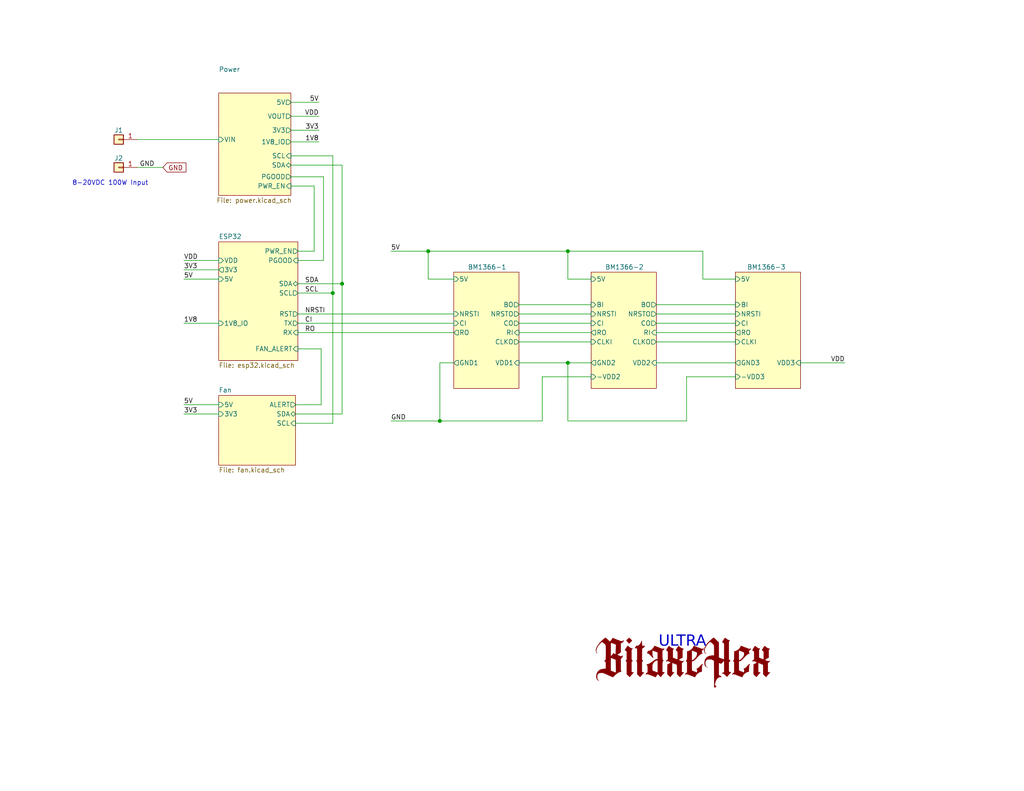
<source format=kicad_sch>
(kicad_sch (version 20230121) (generator eeschema)
  (paper "A")
  (title_block (title "bitaxeUltraHex") (date "2023-06-11") (rev "1"))
  (lib_symbols
    (symbol "Connector_Generic:Conn_01x01" (pin_names (offset 1.016) hide)
      (property "Reference" "J" (at 0 2.54 0))
      (property "Value" "Conn_01x01" (at 0 -2.54 0))
      (symbol "Conn_01x01_1_1"
        (pin passive line (at -5.08 0 0) (length 3.81) (name "Pin_1") (number "1"))
      )
    )
    (symbol "bitaxe:Bitaxe_Hex_Logo" (pin_names (offset 1.016)))
  )
  (junction (at 90.805 80.01))
  (junction (at 116.84 68.58))
  (junction (at 154.94 68.58))
  (junction (at 154.94 99.06))
  (junction (at 120.015 114.935))
  (junction (at 93.345 77.47))
  (wire (pts (xy 120.015 99.06) (xy 123.825 99.06)))
  (wire (pts (xy 50.165 71.12) (xy 59.69 71.12)))
  (wire (pts (xy 179.07 85.725) (xy 200.66 85.725)))
  (wire (pts (xy 50.165 88.265) (xy 59.69 88.265)))
  (wire (pts (xy 154.94 68.58) (xy 191.77 68.58)))
  (wire (pts (xy 120.015 114.935) (xy 120.015 99.06)))
  (wire (pts (xy 81.28 80.01) (xy 90.805 80.01)))
  (wire (pts (xy 161.29 76.2) (xy 154.94 76.2)))
  (wire (pts (xy 93.345 45.085) (xy 93.345 77.47)))
  (wire (pts (xy 141.605 85.725) (xy 161.29 85.725)))
  (wire (pts (xy 179.07 83.185) (xy 200.66 83.185)))
  (wire (pts (xy 85.725 50.8) (xy 79.375 50.8)))
  (wire (pts (xy 116.84 76.2) (xy 116.84 68.58)))
  (wire (pts (xy 81.28 90.805) (xy 123.825 90.805)))
  (wire (pts (xy 141.605 93.345) (xy 161.29 93.345)))
  (wire (pts (xy 87.63 95.25) (xy 81.28 95.25)))
  (wire (pts (xy 37.465 45.72) (xy 44.45 45.72)))
  (wire (pts (xy 200.66 76.2) (xy 191.77 76.2)))
  (wire (pts (xy 120.015 114.935) (xy 147.955 114.935)))
  (wire (pts (xy 90.805 42.545) (xy 79.375 42.545)))
  (wire (pts (xy 187.325 102.87) (xy 200.66 102.87)))
  (wire (pts (xy 154.94 76.2) (xy 154.94 68.58)))
  (wire (pts (xy 106.68 114.935) (xy 120.015 114.935)))
  (wire (pts (xy 50.165 113.03) (xy 59.69 113.03)))
  (wire (pts (xy 93.345 45.085) (xy 79.375 45.085)))
  (wire (pts (xy 88.265 48.26) (xy 88.265 71.12)))
  (wire (pts (xy 218.44 99.06) (xy 230.505 99.06)))
  (wire (pts (xy 79.375 38.735) (xy 86.995 38.735)))
  (wire (pts (xy 147.955 102.87) (xy 161.29 102.87)))
  (wire (pts (xy 79.375 48.26) (xy 88.265 48.26)))
  (wire (pts (xy 88.265 71.12) (xy 81.28 71.12)))
  (wire (pts (xy 179.07 90.805) (xy 200.66 90.805)))
  (wire (pts (xy 187.325 114.935) (xy 187.325 102.87)))
  (wire (pts (xy 90.805 80.01) (xy 90.805 115.57)))
  (wire (pts (xy 141.605 88.265) (xy 161.29 88.265)))
  (wire (pts (xy 81.28 77.47) (xy 93.345 77.47)))
  (wire (pts (xy 141.605 99.06) (xy 154.94 99.06)))
  (wire (pts (xy 50.165 73.66) (xy 59.69 73.66)))
  (wire (pts (xy 116.84 68.58) (xy 154.94 68.58)))
  (wire (pts (xy 191.77 76.2) (xy 191.77 68.58)))
  (wire (pts (xy 179.07 88.265) (xy 200.66 88.265)))
  (wire (pts (xy 154.94 114.935) (xy 187.325 114.935)))
  (wire (pts (xy 141.605 83.185) (xy 161.29 83.185)))
  (wire (pts (xy 90.805 42.545) (xy 90.805 80.01)))
  (wire (pts (xy 154.94 99.06) (xy 161.29 99.06)))
  (wire (pts (xy 106.68 68.58) (xy 116.84 68.58)))
  (wire (pts (xy 123.825 76.2) (xy 116.84 76.2)))
  (wire (pts (xy 87.63 110.49) (xy 87.63 95.25)))
  (wire (pts (xy 79.375 31.75) (xy 86.995 31.75)))
  (wire (pts (xy 81.28 88.265) (xy 123.825 88.265)))
  (wire (pts (xy 79.375 27.94) (xy 86.995 27.94)))
  (wire (pts (xy 147.955 114.935) (xy 147.955 102.87)))
  (wire (pts (xy 141.605 90.805) (xy 161.29 90.805)))
  (wire (pts (xy 93.345 113.03) (xy 93.345 77.47)))
  (wire (pts (xy 179.07 93.345) (xy 200.66 93.345)))
  (wire (pts (xy 50.165 110.49) (xy 59.69 110.49)))
  (wire (pts (xy 81.28 68.58) (xy 85.725 68.58)))
  (wire (pts (xy 154.94 99.06) (xy 154.94 114.935)))
  (wire (pts (xy 179.07 99.06) (xy 200.66 99.06)))
  (wire (pts (xy 123.825 85.725) (xy 81.28 85.725)))
  (wire (pts (xy 50.165 76.2) (xy 59.69 76.2)))
  (wire (pts (xy 80.645 110.49) (xy 87.63 110.49)))
  (wire (pts (xy 80.645 115.57) (xy 90.805 115.57)))
  (wire (pts (xy 79.375 35.56) (xy 86.995 35.56)))
  (wire (pts (xy 85.725 68.58) (xy 85.725 50.8)))
  (wire (pts (xy 80.645 113.03) (xy 93.345 113.03)))
  (wire (pts (xy 37.465 38.1) (xy 59.69 38.1)))
  (text "ULTRA" (at 179.705 177.8 0) (effects (font (size 3 3) italic) (justify left bottom)))
  (text "8-20VDC 100W Input" (at 19.685 50.8 0) (effects (font (size 1.27 1.27)) (justify left bottom)))
  (label "GND" (at 106.68 114.935 0))
  (label "VDD" (at 50.165 71.12 0))
  (label "1V8" (at 50.165 88.265 0))
  (label "5V" (at 86.995 27.94 180))
  (label "5V" (at 106.68 68.58 0))
  (label "5V" (at 50.165 110.49 0))
  (label "SDA" (at 83.185 77.47 0))
  (label "VDD" (at 230.505 99.06 180))
  (label "CI" (at 83.185 88.265 0))
  (label "NRSTI" (at 83.185 85.725 0))
  (label "1V8" (at 86.995 38.735 180))
  (label "3V3" (at 86.995 35.56 180))
  (label "3V3" (at 50.165 73.66 0))
  (label "SCL" (at 83.185 80.01 0))
  (label "5V" (at 50.165 76.2 0))
  (label "3V3" (at 50.165 113.03 0))
  (label "GND" (at 38.1 45.72 0))
  (label "RO" (at 83.185 90.805 0))
  (label "VDD" (at 86.995 31.75 180))
  (global_label "GND" (shape input) (at 44.45 45.72 0) (property "Intersheetrefs" "${INTERSHEET_REFS}" (effects hide)))
  (symbol (lib_id "Connector_Generic:Conn_01x01") (at 32.385 38.1 180) (unit 1)
    (property "Reference" "J1" (at 32.385 35.56 0))
    (property "Value" "Screw Terminal" (effects hide))
    (property "Footprint" "bitaxe:7770-screw-terminal" (effects hide))
    (property "Datasheet" "https://mm.digikey.com/Volume0/opasdata/d220001/medias/docus/581/Metric_PCB_Screw_Terminals.pdf" (effects hide))
    (property "DK" "36-7770-ND" (effects hide))
    (property "PARTNO" "36-7770" (effects hide))
  )
  (symbol (lib_id "bitaxe:Bitaxe_Hex_Logo") (at 186.055 180.975 0) (unit 1)
    (property "Reference" "#G1" (effects hide))
    (property "Value" "LOGO" (effects hide))
  )
  (symbol (lib_id "Connector_Generic:Conn_01x01") (at 32.385 45.72 180) (unit 1)
    (property "Reference" "J2" (at 32.385 43.18 0))
    (property "Value" "Conn_01x01" (effects hide))
    (property "Footprint" "bitaxe:7770-screw-terminal" (effects hide))
    (property "Datasheet" "https://www.te.com/commerce/DocumentDelivery/DDEController?Action=srchrtrv&DocNm=63862&DocType=Customer+Drawing&DocLang=English" (effects hide))
    (property "DK" "A100886CT-ND" (effects hide))
    (property "PARTNO" "63862-1" (effects hide))
  )
  (sheet (at 123.825 74.295) (size 17.78 31.75) (stroke (width 0.1524)) (fill (color 255 255 194 1.0000))
    (property "Sheetname" "BM1366-1" (at 127.635 73.66 0) (effects (justify left bottom)))
    (property "Sheetfile" "bm1366-1.kicad_sch" (effects hide))
    (pin "BO" output (at 141.605 83.185 0))
    (pin "NRSTO" output (at 141.605 85.725 0))
    (pin "RI" input (at 141.605 90.805 0))
    (pin "CO" output (at 141.605 88.265 0))
    (pin "CLKO" output (at 141.605 93.345 0))
    (pin "CI" input (at 123.825 88.265 180))
    (pin "RO" output (at 123.825 90.805 180))
    (pin "NRSTI" input (at 123.825 85.725 180))
    (pin "5V" input (at 123.825 76.2 180))
    (pin "VDD1" input (at 141.605 99.06 0))
    (pin "GND1" output (at 123.825 99.06 180))
  )
  (sheet (at 161.29 74.295) (size 17.78 31.75) (stroke (width 0.1524)) (fill (color 255 255 194 1.0000))
    (property "Sheetname" "BM1366-2" (at 165.1 73.66 0) (effects (justify left bottom)))
    (property "Sheetfile" "bm1366-2.kicad_sch" (effects hide))
    (pin "BI" input (at 161.29 83.185 180))
    (pin "CLKI" input (at 161.29 93.345 180))
    (pin "CI" input (at 161.29 88.265 180))
    (pin "RO" output (at 161.29 90.805 180))
    (pin "NRSTI" input (at 161.29 85.725 180))
    (pin "VDD2" input (at 179.07 99.06 0))
    (pin "CLKO" output (at 179.07 93.345 0))
    (pin "CO" output (at 179.07 88.265 0))
    (pin "BO" output (at 179.07 83.185 0))
    (pin "NRSTO" output (at 179.07 85.725 0))
    (pin "RI" input (at 179.07 90.805 0))
    (pin "GND2" output (at 161.29 99.06 180))
    (pin "5V" input (at 161.29 76.2 180))
    (pin "-VDD2" input (at 161.29 102.87 180))
  )
  (sheet (at 59.69 107.95) (size 20.955 19.05) (stroke (width 0.1524)) (fill (color 255 255 194 1.0000))
    (property "Sheetname" "Fan" (at 59.69 107.2384 0) (effects (justify left bottom)))
    (property "Sheetfile" "fan.kicad_sch" (at 59.69 127.5846 0) (effects (justify left top)))
    (pin "SDA" bidirectional (at 80.645 113.03 0))
    (pin "SCL" input (at 80.645 115.57 0))
    (pin "5V" input (at 59.69 110.49 180))
    (pin "3V3" input (at 59.69 113.03 180))
    (pin "ALERT" output (at 80.645 110.49 0))
  )
  (sheet (at 59.69 25.4) (size 19.685 27.94) (stroke (width 0.1524)) (fill (color 255 255 194 1.0000))
    (property "Sheetname" "Power" (at 59.69 19.685 0) (effects (justify left bottom)))
    (property "Sheetfile" "power.kicad_sch" (at 59.055 53.975 0) (effects (justify left top)))
    (pin "VOUT" output (at 79.375 31.75 0))
    (pin "VIN" input (at 59.69 38.1 180))
    (pin "SCL" input (at 79.375 42.545 0))
    (pin "SDA" bidirectional (at 79.375 45.085 0))
    (pin "5V" output (at 79.375 27.94 0))
    (pin "3V3" output (at 79.375 35.56 0))
    (pin "PGOOD" output (at 79.375 48.26 0))
    (pin "1V8_IO" output (at 79.375 38.735 0))
    (pin "PWR_EN" input (at 79.375 50.8 0))
  )
  (sheet (at 59.69 66.04) (size 21.59 32.385) (stroke (width 0.1524)) (fill (color 255 255 194 1.0000))
    (property "Sheetname" "ESP32" (at 59.69 65.3284 0) (effects (justify left bottom)))
    (property "Sheetfile" "esp32.kicad_sch" (at 59.69 99.0096 0) (effects (justify left top)))
    (pin "SDA" bidirectional (at 81.28 77.47 0))
    (pin "SCL" output (at 81.28 80.01 0))
    (pin "RX" input (at 81.28 90.805 0))
    (pin "TX" output (at 81.28 88.265 0))
    (pin "RST" output (at 81.28 85.725 0))
    (pin "5V" input (at 59.69 76.2 180))
    (pin "3V3" output (at 59.69 73.66 180))
    (pin "PGOOD" input (at 81.28 71.12 0))
    (pin "VDD" input (at 59.69 71.12 180))
    (pin "FAN_ALERT" input (at 81.28 95.25 0))
    (pin "1V8_IO" input (at 59.69 88.265 180))
    (pin "PWR_EN" output (at 81.28 68.58 0))
  )
  (sheet (at 200.66 74.295) (size 17.78 31.75) (stroke (width 0.1524)) (fill (color 255 255 194 1.0000))
    (property "Sheetname" "BM1366-3" (at 203.835 73.66 0) (effects (justify left bottom)))
    (property "Sheetfile" "bm1366-3.kicad_sch" (effects hide))
    (pin "5V" input (at 200.66 76.2 180))
    (pin "BI" input (at 200.66 83.185 180))
    (pin "NRSTI" input (at 200.66 85.725 180))
    (pin "RO" output (at 200.66 90.805 180))
    (pin "CI" input (at 200.66 88.265 180))
    (pin "CLKI" input (at 200.66 93.345 180))
    (pin "VDD3" input (at 218.44 99.06 0))
    (pin "GND3" output (at 200.66 99.06 180))
    (pin "-VDD3" input (at 200.66 102.87 180))
  )
)
</source>
